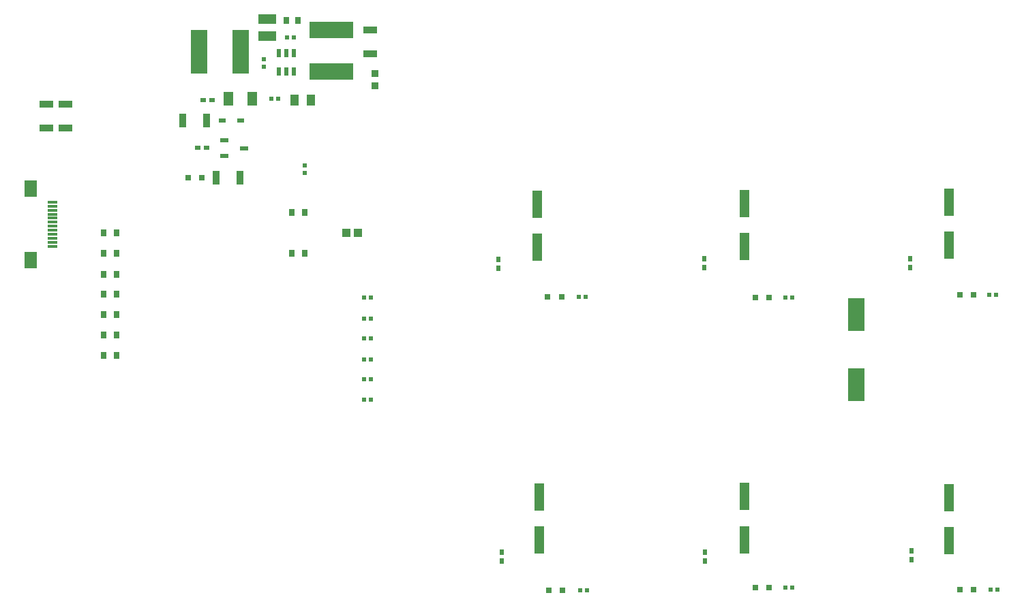
<source format=gbr>
%TF.GenerationSoftware,KiCad,Pcbnew,(6.0.7)*%
%TF.CreationDate,2025-08-04T23:03:26+08:00*%
%TF.ProjectId,stepper_with_TMC2209_controller_board_V1,73746570-7065-4725-9f77-6974685f544d,rev?*%
%TF.SameCoordinates,PX496ed40PY848f8c0*%
%TF.FileFunction,Paste,Top*%
%TF.FilePolarity,Positive*%
%FSLAX46Y46*%
G04 Gerber Fmt 4.6, Leading zero omitted, Abs format (unit mm)*
G04 Created by KiCad (PCBNEW (6.0.7)) date 2025-08-04 23:03:26*
%MOMM*%
%LPD*%
G01*
G04 APERTURE LIST*
%ADD10R,0.800000X0.800000*%
%ADD11R,0.570000X0.540000*%
%ADD12R,0.950000X0.950000*%
%ADD13R,1.730000X0.970000*%
%ADD14R,1.200000X3.500000*%
%ADD15R,2.010000X5.400000*%
%ADD16R,0.790000X0.930000*%
%ADD17R,0.970000X1.730000*%
%ADD18R,1.040000X1.020000*%
%ADD19R,2.000000X4.100000*%
%ADD20R,0.790000X0.540000*%
%ADD21R,0.540000X0.790000*%
%ADD22R,0.600000X0.540000*%
%ADD23R,1.130000X1.380000*%
%ADD24R,2.200000X1.200000*%
%ADD25R,1.190000X1.730000*%
%ADD26R,0.830000X0.630000*%
%ADD27R,0.530000X1.070000*%
%ADD28R,0.800000X0.900000*%
%ADD29R,5.400000X2.010000*%
%ADD30R,1.070000X0.600000*%
%ADD31R,1.300000X0.300000*%
%ADD32R,1.600000X2.000000*%
G04 APERTURE END LIST*
D10*
%TO.C,U10*%
X122025000Y5300000D03*
X120325000Y5300000D03*
%TD*%
%TO.C,U9*%
X96675000Y5525000D03*
X94975000Y5525000D03*
%TD*%
%TO.C,U8*%
X71000000Y5175000D03*
X69300000Y5175000D03*
%TD*%
%TO.C,U7*%
X122025000Y41925000D03*
X120325000Y41925000D03*
%TD*%
%TO.C,U6*%
X96650000Y41600000D03*
X94950000Y41600000D03*
%TD*%
%TO.C,U5*%
X70875000Y41700000D03*
X69175000Y41700000D03*
%TD*%
D11*
%TO.C,R14*%
X124145000Y5300000D03*
X125005000Y5300000D03*
%TD*%
%TO.C,R13*%
X98695000Y5525000D03*
X99555000Y5525000D03*
%TD*%
%TO.C,R12*%
X73220000Y5175000D03*
X74080000Y5175000D03*
%TD*%
%TO.C,R11*%
X124020000Y41925000D03*
X124880000Y41925000D03*
%TD*%
%TO.C,R10*%
X98645000Y41600000D03*
X99505000Y41600000D03*
%TD*%
%TO.C,R9*%
X73020000Y41700000D03*
X73880000Y41700000D03*
%TD*%
D12*
%TO.C,LED1*%
X47750000Y67950000D03*
X47750000Y69450000D03*
%TD*%
D13*
%TO.C,R1*%
X47117500Y71865000D03*
X47117500Y74825000D03*
%TD*%
D14*
%TO.C,C9*%
X67900000Y47830000D03*
X67900000Y53170000D03*
%TD*%
D15*
%TO.C,C6*%
X31010000Y72165000D03*
X25850000Y72165000D03*
%TD*%
D16*
%TO.C,R27*%
X15620000Y47100000D03*
X13980000Y47100000D03*
%TD*%
D11*
%TO.C,R8*%
X46370000Y41600000D03*
X47230000Y41600000D03*
%TD*%
D14*
%TO.C,C13*%
X93600000Y47930000D03*
X93600000Y53270000D03*
%TD*%
D17*
%TO.C,R21*%
X30975000Y56500000D03*
X28015000Y56500000D03*
%TD*%
D18*
%TO.C,R2*%
X45635000Y49600000D03*
X44165000Y49600000D03*
%TD*%
D16*
%TO.C,R32*%
X39020000Y52200000D03*
X37380000Y52200000D03*
%TD*%
D19*
%TO.C,C3*%
X107500000Y30750000D03*
X107500000Y39450000D03*
%TD*%
D16*
%TO.C,R6*%
X39020000Y47100000D03*
X37380000Y47100000D03*
%TD*%
D20*
%TO.C,C20*%
X26795000Y60175000D03*
X25695000Y60175000D03*
%TD*%
D11*
%TO.C,R16*%
X46370000Y36500000D03*
X47230000Y36500000D03*
%TD*%
D13*
%TO.C,R33*%
X9300000Y62640000D03*
X9300000Y65600000D03*
%TD*%
D11*
%TO.C,R17*%
X46370000Y33900000D03*
X47230000Y33900000D03*
%TD*%
%TO.C,R19*%
X46370000Y28900000D03*
X47230000Y28900000D03*
%TD*%
D16*
%TO.C,R7*%
X15620000Y34400000D03*
X13980000Y34400000D03*
%TD*%
D21*
%TO.C,C8*%
X63500000Y8850000D03*
X63500000Y9950000D03*
%TD*%
D11*
%TO.C,R18*%
X46370000Y31400000D03*
X47230000Y31400000D03*
%TD*%
D16*
%TO.C,R29*%
X15620000Y42000000D03*
X13980000Y42000000D03*
%TD*%
D11*
%TO.C,R15*%
X46370000Y39000000D03*
X47230000Y39000000D03*
%TD*%
D22*
%TO.C,C4*%
X33930000Y71177000D03*
X33930000Y70313000D03*
%TD*%
D14*
%TO.C,C17*%
X119000000Y48130000D03*
X119000000Y53470000D03*
%TD*%
%TO.C,C18*%
X68100000Y11430000D03*
X68100000Y16770000D03*
%TD*%
D16*
%TO.C,R30*%
X15620000Y39500000D03*
X13980000Y39500000D03*
%TD*%
%TO.C,R28*%
X15620000Y44500000D03*
X13980000Y44500000D03*
%TD*%
D20*
%TO.C,C19*%
X27452500Y66175000D03*
X26352500Y66175000D03*
%TD*%
D11*
%TO.C,R3*%
X36800000Y73945000D03*
X37660000Y73945000D03*
%TD*%
D23*
%TO.C,R5*%
X37747500Y66100000D03*
X39747500Y66100000D03*
%TD*%
D22*
%TO.C,C5*%
X38975000Y57103000D03*
X38975000Y57967000D03*
%TD*%
D24*
%TO.C,L1*%
X34330000Y74115000D03*
X34330000Y76175000D03*
%TD*%
D11*
%TO.C,R4*%
X34817500Y66280000D03*
X35677500Y66280000D03*
%TD*%
D25*
%TO.C,F1*%
X32435000Y66325000D03*
X29535000Y66325000D03*
%TD*%
D21*
%TO.C,C7*%
X63000000Y45250000D03*
X63000000Y46350000D03*
%TD*%
D26*
%TO.C,D2*%
X31067500Y63625000D03*
X28787500Y63625000D03*
%TD*%
D27*
%TO.C,U1*%
X35780000Y69695000D03*
X36730000Y69695000D03*
X37680000Y69695000D03*
X37680000Y71995000D03*
X36730000Y71995000D03*
X35780000Y71995000D03*
%TD*%
D13*
%TO.C,R34*%
X6900000Y62640000D03*
X6900000Y65600000D03*
%TD*%
D28*
%TO.C,C2*%
X38130000Y76065000D03*
X36730000Y76065000D03*
%TD*%
D14*
%TO.C,C14*%
X93600000Y11480000D03*
X93600000Y16820000D03*
%TD*%
D21*
%TO.C,C11*%
X88600000Y45350000D03*
X88600000Y46450000D03*
%TD*%
D10*
%TO.C,U2*%
X26195000Y56450000D03*
X24495000Y56450000D03*
%TD*%
D29*
%TO.C,C1*%
X42330000Y74825000D03*
X42330000Y69665000D03*
%TD*%
D17*
%TO.C,R20*%
X26795000Y63625000D03*
X23835000Y63625000D03*
%TD*%
D16*
%TO.C,R26*%
X15620000Y49600000D03*
X13980000Y49600000D03*
%TD*%
D21*
%TO.C,C12*%
X88700000Y8800000D03*
X88700000Y9900000D03*
%TD*%
%TO.C,C16*%
X114375000Y8950000D03*
X114375000Y10050000D03*
%TD*%
D16*
%TO.C,R31*%
X15620000Y36900000D03*
X13980000Y36900000D03*
%TD*%
D14*
%TO.C,C10*%
X119000000Y11330000D03*
X119000000Y16670000D03*
%TD*%
D30*
%TO.C,Q1*%
X28990000Y61100000D03*
X31450000Y60150000D03*
X28990000Y59200000D03*
%TD*%
D31*
%TO.C,FPC1*%
X7657500Y53450000D03*
X7657500Y52950000D03*
X7657500Y52450000D03*
X7657500Y51950000D03*
X7657500Y51450000D03*
X7657500Y50950000D03*
X7657500Y50450000D03*
X7657500Y49950000D03*
X7657500Y49450000D03*
X7657500Y48950000D03*
X7657500Y48450000D03*
X7657500Y47950000D03*
D32*
X4977500Y55150000D03*
X4977500Y46250000D03*
%TD*%
D21*
%TO.C,C15*%
X114150000Y45350000D03*
X114150000Y46450000D03*
%TD*%
M02*

</source>
